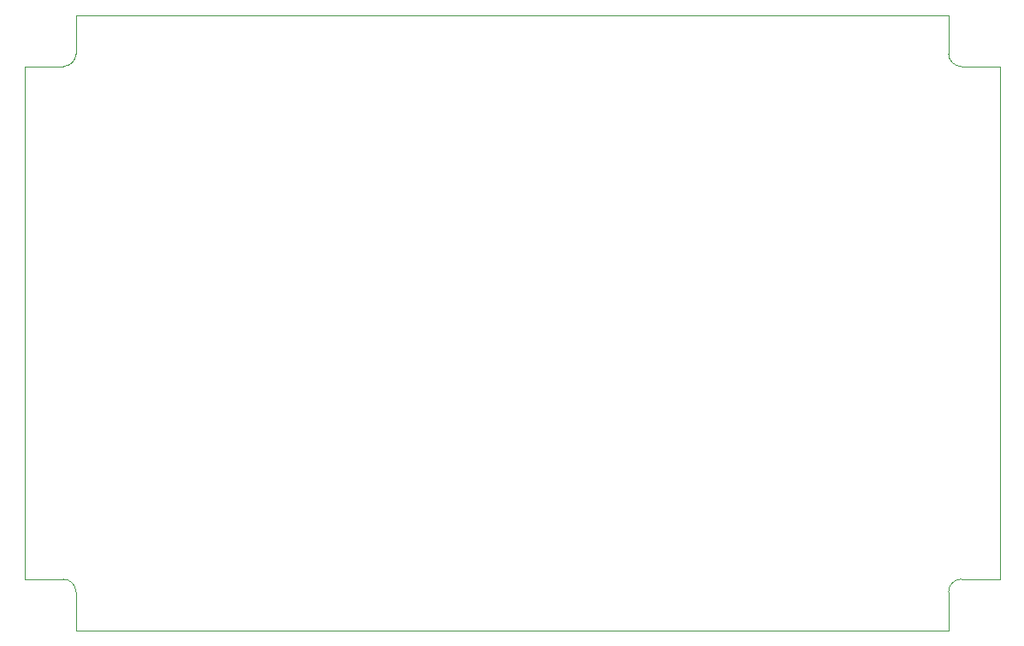
<source format=gbr>
%TF.GenerationSoftware,KiCad,Pcbnew,(5.1.9)-1*%
%TF.CreationDate,2021-05-02T14:53:51-04:00*%
%TF.ProjectId,openEPR_Lock-In,6f70656e-4550-4525-9f4c-6f636b2d496e,rev?*%
%TF.SameCoordinates,Original*%
%TF.FileFunction,Profile,NP*%
%FSLAX46Y46*%
G04 Gerber Fmt 4.6, Leading zero omitted, Abs format (unit mm)*
G04 Created by KiCad (PCBNEW (5.1.9)-1) date 2021-05-02 14:53:51*
%MOMM*%
%LPD*%
G01*
G04 APERTURE LIST*
%TA.AperFunction,Profile*%
%ADD10C,0.050000*%
%TD*%
G04 APERTURE END LIST*
D10*
X30480000Y-29210000D02*
G75*
G02*
X29210000Y-30480000I-1270000J0D01*
G01*
X118110000Y-30480000D02*
G75*
G02*
X116840000Y-29210000I0J1270000D01*
G01*
X116840000Y-82550000D02*
G75*
G02*
X118110000Y-81280000I1270000J0D01*
G01*
X29210000Y-81280000D02*
G75*
G02*
X30480000Y-82550000I0J-1270000D01*
G01*
X116840000Y-82550000D02*
X116840000Y-86360000D01*
X121920000Y-81280000D02*
X118110000Y-81280000D01*
X118110000Y-30480000D02*
X121920000Y-30480000D01*
X116840000Y-25400000D02*
X116840000Y-29210000D01*
X30480000Y-29210000D02*
X30480000Y-25400000D01*
X25400000Y-30480000D02*
X29210000Y-30480000D01*
X30480000Y-82550000D02*
X30480000Y-86360000D01*
X25400000Y-81280000D02*
X29210000Y-81280000D01*
X25400000Y-81280000D02*
X25400000Y-30480000D01*
X116840000Y-86360000D02*
X30480000Y-86360000D01*
X121920000Y-30480000D02*
X121920000Y-81280000D01*
X30480000Y-25400000D02*
X116840000Y-25400000D01*
M02*

</source>
